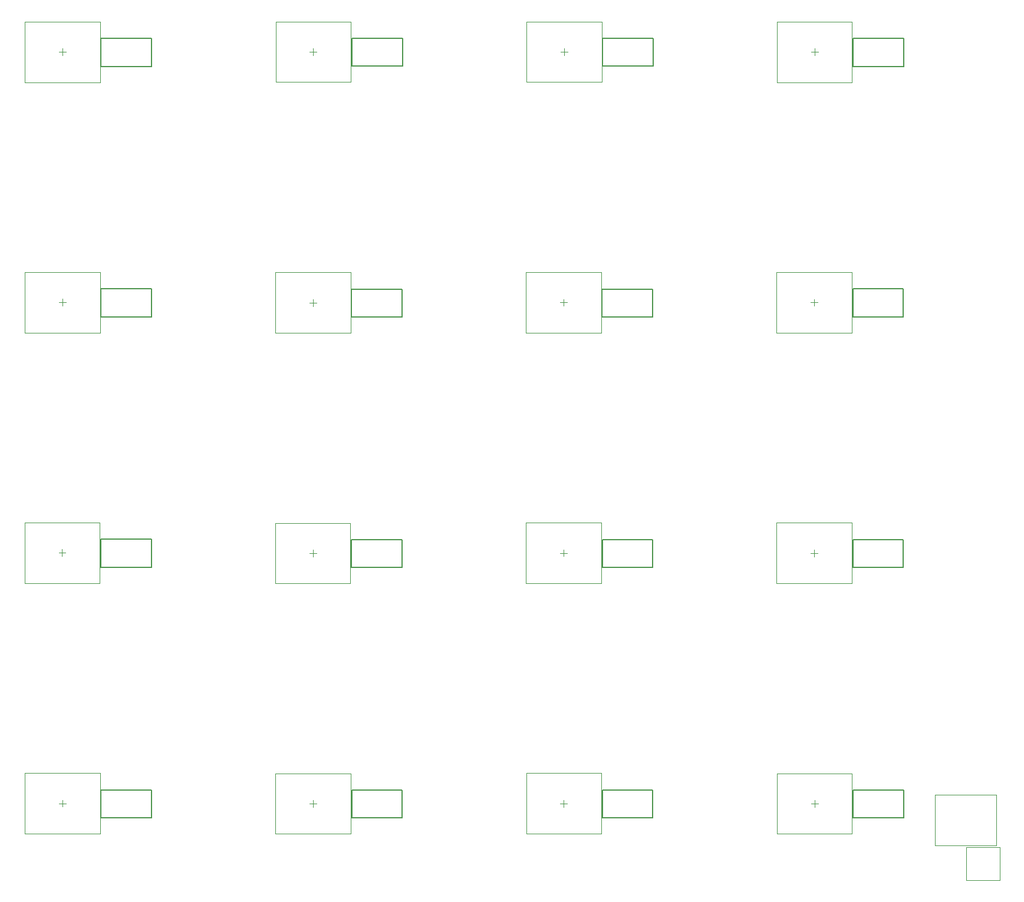
<source format=gbr>
G04*
G04 #@! TF.GenerationSoftware,Altium Limited,Altium Designer,25.0.2 (28)*
G04*
G04 Layer_Color=0*
%FSLAX25Y25*%
%MOIN*%
G70*
G04*
G04 #@! TF.SameCoordinates,7C83500D-BFB9-469C-A41D-0C693C3E1856*
G04*
G04*
G04 #@! TF.FilePolarity,Positive*
G04*
G01*
G75*
%ADD12C,0.00394*%
%ADD15C,0.00787*%
%ADD103C,0.00197*%
D12*
X540160Y130282D02*
Y134219D01*
X538191Y132251D02*
X542128D01*
X398375Y130342D02*
Y134279D01*
X396406Y132311D02*
X400343D01*
X256646Y130310D02*
Y134247D01*
X254678Y132278D02*
X258615D01*
X114887Y130429D02*
Y134366D01*
X112919Y132398D02*
X116856D01*
X540010Y272081D02*
Y276018D01*
X538041Y274049D02*
X541978D01*
X398353Y272105D02*
Y276042D01*
X396385Y274073D02*
X400322D01*
X256498Y271988D02*
Y275925D01*
X254529Y273957D02*
X258466D01*
X114762Y272158D02*
Y276095D01*
X112793Y274126D02*
X116730D01*
X540032Y413815D02*
Y417752D01*
X538063Y415783D02*
X542000D01*
X398250Y413797D02*
Y417734D01*
X396282Y415765D02*
X400219D01*
X256535Y413673D02*
Y417611D01*
X254566Y415642D02*
X258503D01*
X114891Y413890D02*
Y417827D01*
X112923Y415858D02*
X116860D01*
X540155Y555544D02*
Y559481D01*
X538187Y557512D02*
X542124D01*
X398520Y555620D02*
Y559557D01*
X396552Y557588D02*
X400489D01*
X256713Y555613D02*
Y559550D01*
X254745Y557581D02*
X258682D01*
X114868Y555543D02*
Y559480D01*
X112899Y557512D02*
X116836D01*
D15*
X561995Y124148D02*
Y139896D01*
X590557D01*
Y124148D02*
Y139896D01*
X561995Y124148D02*
X590557D01*
X420210Y124208D02*
Y139956D01*
X448772D01*
Y124208D02*
Y139956D01*
X420210Y124208D02*
X448772D01*
X278481Y124176D02*
Y139924D01*
X307044D01*
Y124176D02*
Y139924D01*
X278481Y124176D02*
X307044D01*
X136722Y124296D02*
Y140044D01*
X165285D01*
Y124296D02*
Y140044D01*
X136722Y124296D02*
X165285D01*
X561845Y265947D02*
Y281695D01*
X590408D01*
Y265947D02*
Y281695D01*
X561845Y265947D02*
X590408D01*
X420188Y265971D02*
Y281719D01*
X448751D01*
Y265971D02*
Y281719D01*
X420188Y265971D02*
X448751D01*
X278333Y265855D02*
Y281603D01*
X306896D01*
Y265855D02*
Y281603D01*
X278333Y265855D02*
X306896D01*
X136597Y266024D02*
Y281772D01*
X165160D01*
Y266024D02*
Y281772D01*
X136597Y266024D02*
X165160D01*
X561867Y407681D02*
Y423429D01*
X590430D01*
Y407681D02*
Y423429D01*
X561867Y407681D02*
X590430D01*
X420085Y407663D02*
Y423411D01*
X448648D01*
Y407663D02*
Y423411D01*
X420085Y407663D02*
X448648D01*
X278370Y407540D02*
Y423288D01*
X306933D01*
Y407540D02*
Y423288D01*
X278370Y407540D02*
X306933D01*
X136726Y407756D02*
Y423504D01*
X165289D01*
Y407756D02*
Y423504D01*
X136726Y407756D02*
X165289D01*
X561990Y549410D02*
Y565158D01*
X590553D01*
Y549410D02*
Y565158D01*
X561990Y549410D02*
X590553D01*
X420355Y549486D02*
Y565234D01*
X448918D01*
Y549486D02*
Y565234D01*
X420355Y549486D02*
X448918D01*
X278548Y549479D02*
Y565227D01*
X307111D01*
Y549479D02*
Y565227D01*
X278548Y549479D02*
X307111D01*
X136703Y549409D02*
Y565158D01*
X165266Y565158D01*
Y549409D02*
Y565158D01*
X136703Y549409D02*
X165266Y549409D01*
D103*
X608156Y108548D02*
X608156Y137288D01*
X642802D01*
X642802Y108548D01*
X608156D02*
X642802D01*
X626049Y107744D02*
X644946Y107744D01*
X626049Y88847D02*
Y107744D01*
Y88847D02*
X644946D01*
Y107744D01*
X518900Y115125D02*
X561419D01*
X518900Y149377D02*
X561419D01*
Y115125D02*
Y149377D01*
X518900Y115125D02*
Y149377D01*
X377115Y115185D02*
X419634D01*
X377115Y149437D02*
X419634D01*
Y115185D02*
Y149437D01*
X377115Y115185D02*
Y149437D01*
X235386Y115152D02*
X277906D01*
X235386Y149404D02*
X277906D01*
Y115152D02*
Y149404D01*
X235386Y115152D02*
Y149404D01*
X93628Y115272D02*
X136147D01*
X93628Y149524D02*
X136147D01*
Y115272D02*
Y149524D01*
X93628Y115272D02*
Y149524D01*
X518750Y256923D02*
X561270D01*
X518750Y291175D02*
X561270D01*
Y256923D02*
Y291175D01*
X518750Y256923D02*
Y291175D01*
X377093Y256947D02*
X419613D01*
X377093Y291199D02*
X419613D01*
Y256947D02*
Y291199D01*
X377093Y256947D02*
Y291199D01*
X235238Y256831D02*
X277758D01*
X235238Y291083D02*
X277758D01*
Y256831D02*
Y291083D01*
X235238Y256831D02*
Y291083D01*
X93502Y257000D02*
X136022D01*
X93502Y291252D02*
X136022D01*
Y257000D02*
Y291252D01*
X93502Y257000D02*
Y291252D01*
X518772Y398657D02*
X561292D01*
X518772Y432909D02*
X561292D01*
Y398657D02*
Y432909D01*
X518772Y398657D02*
Y432909D01*
X376990Y398639D02*
X419510D01*
X376990Y432891D02*
X419510D01*
Y398639D02*
Y432891D01*
X376990Y398639D02*
Y432891D01*
X235275Y398516D02*
X277795D01*
X235275Y432768D02*
X277795D01*
Y398516D02*
Y432768D01*
X235275Y398516D02*
Y432768D01*
X93632Y398732D02*
X136151D01*
X93632Y432984D02*
X136151D01*
Y398732D02*
Y432984D01*
X93632Y398732D02*
Y432984D01*
X518895Y540386D02*
X561415D01*
X518895Y574638D02*
X561415D01*
Y540386D02*
Y574638D01*
X518895Y540386D02*
Y574638D01*
X377260Y540462D02*
X419780D01*
X377260Y574715D02*
X419780D01*
Y540462D02*
Y574715D01*
X377260Y540462D02*
Y574715D01*
X235453Y540455D02*
X277973D01*
X235453Y574707D02*
X277973D01*
Y540455D02*
Y574707D01*
X235453Y540455D02*
Y574707D01*
X93608Y540386D02*
X136128D01*
X93608Y574638D02*
X136128D01*
Y540386D02*
Y574638D01*
X93608Y540386D02*
Y574638D01*
M02*

</source>
